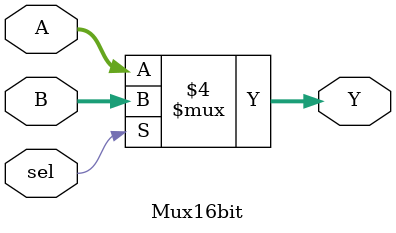
<source format=v>

module Mux16bit(output reg [15:0] Y, input [15:0]A,B,input sel);
  
  
  
  always@(sel)
    if(sel==1'b0)
     Y=A;
        
      
  else 
  Y=B;
  
  
  
endmodule 
</source>
